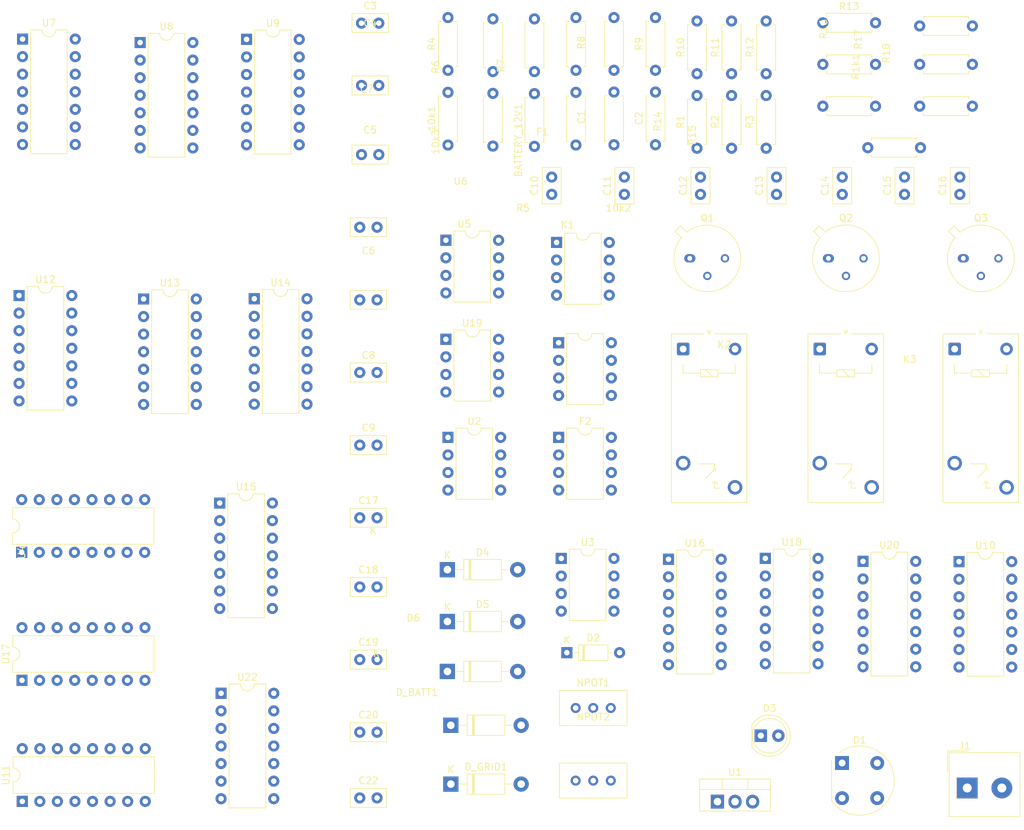
<source format=kicad_pcb>
(kicad_pcb (version 20240108) (generator "pcbnew") (generator_version "8.0")
  (layers (0 "F.Cu" signal) (31 "B.Cu" signal) (34 "B.Paste" user) (35 "F.Paste" user) (36 "B.SilkS" user "B.Silkscreen") (37 "F.SilkS" user "F.Silkscreen") (38 "B.Mask" user) (39 "F.Mask" user) (44 "Edge.Cuts" user))
  (net 0 "")
  (net 1 "+5V")
  (net 2 "Net-(U2B--)")
  (net 3 "Net-(U2A-+)")
  (net 4 "GND")
  (net 5 "/12V_DC")
  (net 6 "/V_RAW")
  (net 7 "Net-(U4-C1)")
  (net 8 "Net-(U4-C2)")
  (net 9 "Net-(U19-CV)")
  (net 10 "Net-(U19-THR)")
  (net 11 "Net-(J1-Pin_2)")
  (net 12 "/AC_LIVE")
  (net 13 "Net-(D2-K)")
  (net 14 "Net-(D3-A)")
  (net 15 "Net-(D3-K)")
  (net 16 "Net-(D4-A)")
  (net 17 "Net-(D5-A)")
  (net 18 "Net-(D6-A)")
  (net 19 "Net-(D_BATT1-K)")
  (net 23 "/50HZ_CLK")
  (net 24 "/GRID_OK")
  (net 25 "/FREQ_VOLTAGE")
  (net 26 "Net-(F2B--)")
  (net 27 "Net-(F2A-+)")
  (net 34 "Net-(Q1-B)")
  (net 35 "Net-(Q2-B)")
  (net 36 "Net-(Q3-B)")
  (net 37 "/GRID_SENSE")
  (net 38 "Net-(U4-R1)")
  (net 39 "Net-(U5A-+)")
  (net 40 "Net-(U5A--)")
  (net 41 "/BATT_GOOD")
  (net 42 "Net-(U19-DIS)")
  (net 43 "/S1")
  (net 44 "/NON_ESS_EN")
  (net 50 "Net-(U4-FOUT)")
  (net 52 "/NOT_GRID_FALL")
  (net 53 "/TIMER_05")
  (net 54 "/NOT_TIMER_05_A")
  (net 55 "/NOT_GRID_OK")
  (net 56 "/NOT_STAB_DON")
  (net 57 "/TIMER_05_A")
  (net 58 "/GRID_FALL")
  (net 59 "/STAB_DON")
  (net 60 "/NOT_Q2_05")
  (net 61 "/Q2_05")
  (net 62 "/NOT_TIMER_05")
  (net 63 "/ST10")
  (net 64 "/S0")
  (net 65 "/ST01")
  (net 66 "/ST00")
  (net 67 "/NOT_S1")
  (net 68 "/NOT_S0")
  (net 69 "/ST11")
  (net 70 "/D1_T2")
  (net 71 "/D1_T1")
  (net 72 "/D0A")
  (net 73 "/D0_T3")
  (net 74 "/D0B")
  (net 75 "/D1A")
  (net 76 "/D0_T1")
  (net 77 "/D0_T4")
  (net 78 "/D0")
  (net 79 "/D0_T2")
  (net 80 "/FSM_CLK")
  (net 81 "/D1")
  (net 83 "/Q0_50")
  (net 84 "/Q1_50")
  (net 85 "/Q2_50")
  (net 87 "/D1_T1A")
  (net 88 "/D1_T1B")
  (net 89 "/D0_T1A")
  (net 90 "/D0_T2A")
  (net 91 "/D1_T3A")
  (net 92 "/E_TRIG")
  (net 93 "/D1_T3")
  (net 94 "/GRID_OK_DELAY")
  (net 95 "/D0_T4A")
  (net 96 "/D0_T3A")
  (net 97 "/D1B")
  (net 100 "/STAB_DON_A")
  (net 101 "/STAB_DON_B")
  (net 104 "/Q0_05")
  (net 105 "/Q1_05")
  (footprint "Resistor_THT:R_Axial_DIN0207_L6.3mm_D2.5mm_P7.62mm_Horizontal" (layer "F.Cu") (at 116.5 55.31 90)
    (property "Reference" "10k3")
    (property "Value" "10K")
  )
  (footprint "Resistor_THT:R_Axial_DIN0207_L6.3mm_D2.5mm_P7.62mm_Horizontal" (layer "F.Cu") (at 110.5 55.27 90)
    (property "Reference" "10k2")
    (property "Value" "2.2K")
  )
  (footprint "Package_TO_SOT_THT:TO-220-3_Vertical" (layer "F.Cu") (at 142.96 150.04)
    (property "Reference" "U1")
    (property "Value" "L7805")
  )
  (footprint "Capacitor_THT:C_Disc_D5.0mm_W2.5mm_P2.50mm" (layer "F.Cu") (at 91.25 119)
    (property "Reference" "C18")
    (property "Value" "0.01uF")
  )
  (footprint "Potentiometer_THT:Potentiometer_Bourns_3296W_Vertical" (layer "F.Cu") (at 127.54 136.5)
    (property "Reference" "NPOT1")
    (property "Value" "10K")
  )
  (footprint "Resistor_THT:R_Axial_DIN0207_L6.3mm_D2.5mm_P7.62mm_Horizontal" (layer "F.Cu") (at 116.5 44.5 90)
    (property "Reference" "R6")
    (property "Value" "100K")
  )
  (footprint "Capacitor_THT:C_Disc_D5.0mm_W2.5mm_P2.50mm" (layer "F.Cu") (at 140.5 62.25 90)
    (property "Reference" "C12")
    (property "Value" "0.1uF")
  )
  (footprint "Resistor_THT:R_Axial_DIN0207_L6.3mm_D2.5mm_P7.62mm_Horizontal" (layer "F.Cu") (at 158.19 37.45)
    (property "Reference" "R13")
    (property "Value" "150K")
  )
  (footprint "Package_DIP:DIP-16_W7.62mm" (layer "F.Cu") (at 42.42 132.5 90)
    (property "Reference" "U17")
    (property "Value" "SN74HC163N")
  )
  (footprint "Package_DIP:DIP-14_W7.62mm" (layer "F.Cu") (at 42 76.875)
    (property "Reference" "U12")
    (property "Value" "74HC08N_652")
  )
  (footprint "Capacitor_THT:C_Disc_D5.0mm_W2.5mm_P2.50mm" (layer "F.Cu") (at 129.5 62.25 90)
    (property "Reference" "C11")
    (property "Value" "0.1uF")
  )
  (footprint "Capacitor_THT:C_Disc_D5.0mm_W2.5mm_P2.50mm" (layer "F.Cu") (at 151.5 62.25 90)
    (property "Reference" "C13")
    (property "Value" "0.1uF")
  )
  (footprint "Package_DIP:DIP-14_W7.62mm" (layer "F.Cu") (at 59.5 40.3)
    (property "Reference" "U8")
    (property "Value" "74HC08N_652")
  )
  (footprint "Resistor_THT:R_Axial_DIN0207_L6.3mm_D2.5mm_P7.62mm_Horizontal" (layer "F.Cu") (at 134 44.31 90)
    (property "Reference" "R9")
    (property "Value" "10K")
  )
  (footprint "Package_DIP:DIP-14_W7.62mm" (layer "F.Cu") (at 149.88 114.875)
    (property "Reference" "U18")
    (property "Value" "74HC74")
  )
  (footprint "Resistor_THT:R_Axial_DIN0207_L6.3mm_D2.5mm_P7.62mm_Horizontal" (layer "F.Cu") (at 128 44.31 90)
    (property "Reference" "R8")
    (property "Value" "3.3K")
  )
  (footprint "Capacitor_THT:C_Disc_D5.0mm_W2.5mm_P2.50mm" (layer "F.Cu") (at 91.5 46.5)
    (property "Reference" "C4")
    (property "Value" "0.1uF")
  )
  (footprint "Package_DIP:DIP-8_W7.62mm" (layer "F.Cu") (at 119.7 69.2)
    (property "Reference" "F1")
    (property "Value" "LM358")
  )
  (footprint "TerminalBlock_Altech:Altech_AK100_1x02_P5.00mm" (layer "F.Cu") (at 179.0675 148.0675)
    (property "Reference" "J1")
    (property "Value" "12V_AC_IN")
  )
  (footprint "Resistor_THT:R_Axial_DIN0207_L6.3mm_D2.5mm_P7.62mm_Horizontal" (layer "F.Cu") (at 134 55.08 90)
    (property "Reference" "C2")
    (property "Value" "0.33uF")
  )
  (footprint "Package_DIP:DIP-8_W7.62mm" (layer "F.Cu") (at 120.38 114.88)
    (property "Reference" "U3")
    (property "Value" "LM358")
  )
  (footprint "Resistor_THT:R_Axial_DIN0207_L6.3mm_D2.5mm_P7.62mm_Horizontal" (layer "F.Cu") (at 164.69 55.5)
    (property "Reference" "R1k1")
    (property "Value" "6.2k")
  )
  (footprint "Resistor_THT:R_Axial_DIN0207_L6.3mm_D2.5mm_P7.62mm_Horizontal" (layer "F.Cu") (at 172.19 43.45)
    (property "Reference" "R17")
    (property "Value" "1K")
  )
  (footprint "Diode_THT:D_DO-41_SOD81_P10.16mm_Horizontal" (layer "F.Cu") (at 103.92 131.22)
    (property "Reference" "D6")
    (property "Value" "1N4001")
  )
  (footprint "Resistor_THT:R_Axial_DIN0207_L6.3mm_D2.5mm_P7.62mm_Horizontal" (layer "F.Cu") (at 145 44.81 90)
    (property "Reference" "R11")
    (property "Value" "330")
  )
  (footprint "Package_DIP:DIP-8_W7.62mm" (layer "F.Cu") (at 120 97.38)
    (property "Reference" "F2")
    (property "Value" "LM393")
  )
  (footprint "Resistor_THT:R_Axial_DIN0207_L6.3mm_D2.5mm_P7.62mm_Horizontal" (layer "F.Cu") (at 172.19 37.9)
    (property "Reference" "R16")
    (property "Value" "1K")
  )
  (footprint "Capacitor_THT:C_Disc_D5.0mm_W2.5mm_P2.50mm" (layer "F.Cu") (at 91.25 149.5)
    (property "Reference" "C22")
    (property "Value" "0.1uF")
  )
  (footprint "Package_DIP:DIP-14_W7.62mm" (layer "F.Cu") (at 60 77.375)
    (property "Reference" "U13")
    (property "Value" "74HC08N_652")
  )
  (footprint "Resistor_THT:R_Axial_DIN0207_L6.3mm_D2.5mm_P7.62mm_Horizontal" (layer "F.Cu") (at 145 55.58 90)
    (property "Reference" "R2")
    (property "Value" "10K")
  )
  (footprint "Resistor_THT:R_Axial_DIN0207_L6.3mm_D2.5mm_P7.62mm_Horizontal" (layer "F.Cu") (at 104 44.31 90)
    (property "Reference" "R4")
    (property "Value" "100K")
  )
  (footprint "Resistor_THT:R_Axial_DIN0207_L6.3mm_D2.5mm_P7.62mm_Horizontal" (layer "F.Cu") (at 150 44.81 90)
    (property "Reference" "R12")
    (property "Value" "1K")
  )
  (footprint "Resistor_THT:R_Axial_DIN0207_L6.3mm_D2.5mm_P7.62mm_Horizontal" (layer "F.Cu") (at 140 44.81 90)
    (property "Reference" "R10")
    (property "Value" "10K")
  )
  (footprint "Capacitor_THT:C_Disc_D5.0mm_W2.5mm_P2.50mm" (layer "F.Cu") (at 91.25 77.5)
    (property "Reference" "C7")
    (property "Value" "0.1uF")
  )
  (footprint "Resistor_THT:R_Axial_DIN0207_L6.3mm_D2.5mm_P7.62mm_Horizontal" (layer "F.Cu") (at 104 55.12 90)
    (property "Reference" "10k1")
    (property "Value" "4.7k")
  )
  (footprint "Resistor_THT:R_Axial_DIN0207_L6.3mm_D2.5mm_P7.62mm_Horizontal" (layer "F.Cu") (at 150 55.58 90)
    (property "Reference" "R3")
    (property "Value" "100K")
  )
  (footprint "Package_DIP:DIP-16_W7.62mm" (layer "F.Cu") (at 42.38 114 90)
    (property "Reference" "U4")
    (property "Value" "4046")
  )
  (footprint "Resistor_THT:R_Axial_DIN0207_L6.3mm_D2.5mm_P7.62mm_Horizontal" (layer "F.Cu") (at 140 55.58 90)
    (property "Reference" "R1")
    (property "Value" "33k")
  )
  (footprint "Resistor_THT:R_Axial_DIN0207_L6.3mm_D2.5mm_P7.62mm_Horizontal" (layer "F.Cu") (at 158.19 43.45)
    (property "Reference" "R14")
    (property "Value" "10K")
  )
  (footprint "Diode_THT:D_DO-41_SOD81_P10.16mm_Horizontal" (layer "F.Cu") (at 104.42 147.5)
    (property "Reference" "D_GRID1")
    (property "Value" "1N4007")
  )
  (footprint "Capacitor_THT:C_Disc_D5.0mm_W2.5mm_P2.50mm" (layer "F.Cu") (at 91.25 109)
    (property "Reference" "C17")
    (property "Value" "0.1uF")
  )
  (footprint "Package_DIP:DIP-8_W7.62mm" (layer "F.Cu") (at 103.7 68.88)
    (property "Reference" "U6")
    (property "Value" "LM393")
  )
  (footprint "Capacitor_THT:C_Disc_D5.0mm_W2.5mm_P2.50mm" (layer "F.Cu") (at 91.25 129.5)
    (property "Reference" "C19")
    (property "Value" "0.1uF")
  )
  (footprint "Capacitor_THT:C_Disc_D5.0mm_W2.5mm_P2.50mm" (layer "F.Cu") (at 91.25 88)
    (property "Reference" "C8")
    (property "Value" "0.1uF")
  )
  (footprint "Capacitor_THT:C_Disc_D5.0mm_W2.5mm_P2.50mm" (layer "F.Cu") (at 170 62.25 90)
    (property "Reference" "C15")
    (property "Value" "0.1uF")
  )
  (footprint "LED_THT:LED_D5.0mm" (layer "F.Cu") (at 149.225 140.5)
    (property "Reference" "D3")
    (property "Value" "LED")
  )
  (footprint "Resistor_THT:R_Axial_DIN0207_L6.3mm_D2.5mm_P7.62mm_Horizontal" (layer "F.Cu") (at 122.5 44.31 90)
    (property "Reference" "R7")
    (property "Value" "47K")
  )
  (footprint "Package_DIP:DIP-14_W7.62mm" (layer "F.Cu") (at 177.88 115.34)
    (property "Reference" "U10")
    (property "Value" "74HC74")
  )
  (footprint "Package_DIP:DIP-16_W7.62mm" (layer "F.Cu") (at 42.46 150 90)
    (property "Reference" "U11")
    (property "Value" "SN74HC163N")
  )
  (footprint "Capacitor_THT:C_Disc_D5.0mm_W2.5mm_P2.50mm" (layer "F.Cu") (at 91.25 140)
    (property "Reference" "C20")
    (property "Value" "1uF")
  )
  (footprint "Package_TO_SOT_THT:TO-39-3" (layer "F.Cu") (at 178.5 71.5)
    (property "Reference" "Q3")
    (property "Value" "2N2219")
  )
  (footprint "Resistor_THT:R_Axial_DIN0207_L6.3mm_D2.5mm_P7.62mm_Horizontal" (layer "F.Cu") (at 158.19 49.5)
    (property "Reference" "R15")
    (property "Value" "10K")
  )
  (footprint "Capacitor_THT:C_Disc_D5.0mm_W2.5mm_P2.50mm" (layer "F.Cu") (at 91.25 67)
    (property "Reference" "C6")
    (property "Value" "0.1uF")
  )
  (footprint "Resistor_THT:R_Axial_DIN0207_L6.3mm_D2.5mm_P7.62mm_Horizontal" (layer "F.Cu") (at 128 55.08 90)
    (property "Reference" "C1")
    (property "Value" "1000uF")
  )
  (footprint "Package_DIP:DIP-14_W7.62mm" (layer "F.Cu") (at 74.88 39.84)
    (property "Reference" "U9")
    (property "Value" "SN74HC32N")
  )
  (footprint "Resistor_THT:R_Axial_DIN0207_L6.3mm_D2.5mm_P7.62mm_Horizontal" (layer "F.Cu") (at 172.19 49.5)
    (property "Reference" "R18")
    (property "Value" "10k")
  )
  (footprint "Package_DIP:DIP-8_W7.62mm" (layer "F.Cu") (at 104 97.38)
    (property "Reference" "U2")
    (property "Value" "LM393")
  )
  (footprint "Relay_THT:Relay_SPST_Omron_G5PZ" (layer "F.Cu") (at 177.25 84.605)
    (property "Reference" "K3")
    (property "Value" "Relay_SPST-NO")
  )
  (footprint "Potentiometer_THT:Potentiometer_Bourns_3296W_Vertical" (layer "F.Cu") (at 127.54 147)
    (property "Reference" "NPOT2")
    (property "Value" "10K")
  )
  (footprint "Package_DIP:DIP-14_W7.62mm" (layer "F.Cu") (at 76 77.34)
    (property "Reference" "U14")
    (property "Value" "74HC08N_652")
  )
  (footprint "Diode_THT:D_DO-41_SOD81_P10.16mm_Horizontal" (layer "F.Cu") (at 104.42 139)
    (property "Reference" "D_BATT1")
    (property "Value" "1N4007")
  )
  (footprint "Diode_THT:D_DO-41_SOD81_P10.16mm_Horizontal" (layer "F.Cu") (at 103.92 124)
    (property "Reference" "D5")
    (property "Value" "1N4001")
  )
  (footprint "Package_TO_SOT_THT:TO-39-3" (layer "F.Cu") (at 159 71.5)
    (property "Reference" "Q2")
    (property "Value" "2N2219")
  )
  (footprint "Package_DIP:DIP-14_W7.62mm" (layer "F.Cu") (at 164 115.3)
    (property "Reference" "U20")
    (property "Value" "74HC08N_652")
  )
  (footprint "Capacitor_THT:C_Disc_D5.0mm_W2.5mm_P2.50mm" (layer "F.Cu") (at 91.5 37.5)
    (property "Reference" "C3")
    (property "Value" "0.1uF")
  )
  (footprint "Package_TO_SOT_THT:TO-39-3" (layer "F.Cu") (at 138.96 71.5)
    (property "Reference" "Q1")
    (property "Value" "2N2219/INVERTER")
  )
  (footprint "Capacitor_THT:C_Disc_D5.0mm_W2.5mm_P2.50mm" (layer "F.Cu") (at 161 62.25 90)
    (property "Reference" "C14")
    (property "Value" "0.1uF")
  )
  (footprint "Capacitor_THT:C_Disc_D5.0mm_W2.5mm_P2.50mm" (layer "F.Cu") (at 91.25 98.5)
    (property "Reference" "C9")
    (property "Value" "0.1uF")
  )
  (footprint "Diode_THT:D_DO-41_SOD81_P10.16mm_Horizontal" (layer "F.Cu") (at 103.92 116.5)
    (property "Reference" "D4")
    (property "Value" "1N4001")
  )
  (footprint "Package_DIP:DIP-8_W7.62mm" (layer "F.Cu") (at 103.7 83.2)
    (property "Reference" "U19")
    (property "Value" "LM555xN")
  )
  (footprint "Resistor_THT:R_Axial_DIN0207_L6.3mm_D2.5mm_P7.62mm_Horizontal" (layer "F.Cu") (at 110.5 44.5 90)
    (property "Reference" "R5")
    (property "Value" "100K")
  )
  (footprint "Capacitor_THT:C_Disc_D5.0mm_W2.5mm_P2.50mm" (layer "F.Cu") (at 91.5 56.5)
    (property "Reference" "C5")
    (property "Value" "0.1uF")
  )
  (footprint "Package_DIP:DIP-14_W7.62mm" (layer "F.Cu") (at 71 106.875)
    (property "Reference" "U15")
    (property "Value" "74HC08N_652")
  )
  (footprint "Relay_THT:Relay_SPST_Omron_G5PZ" (layer "F.Cu") (at 157.75 84.605)
    (property "Reference" "K2")
    (property "Value" "Relay_SPST-NO")
  )
  (footprint "Capacitor_THT:C_Disc_D5.0mm_W2.5mm_P2.50mm" (layer "F.Cu") (at 178 62.25 90)
    (property "Reference" "C16")
    (property "Value" "0.1uF")
  )
  (footprint "Relay_THT:Relay_SPST_Omron_G5PZ" (layer "F.Cu") (at 138 84.605)
    (property "Reference" "K1")
    (property "Value" "Relay_SPST-NO")
  )
  (footprint "Package_DIP:DIP-14_W7.62mm" (layer "F.Cu") (at 71.2 134.375)
    (property "Reference" "U22")
    (property "Value" "74HC08N_652")
  )
  (footprint "Package_DIP:DIP-14_W7.62mm" (layer "F.Cu") (at 42.5 39.8)
    (property "Reference" "U7")
    (property "Value" "74HC04")
  )
  (footprint "Package_DIP:DIP-8_W7.62mm" (layer "F.Cu") (at 120 83.7)
    (property "Reference" "U5")
    (property "Value" "LM393")
  )
  (footprint "Resistor_THT:R_Axial_DIN0207_L6.3mm_D2.5mm_P7.62mm_Horizontal" (layer "F.Cu") (at 122.5 55.12 90)
    (property "Reference" "BATTERY_12V1")
    (property "Value" "12V_DC_IN")
  )
  (footprint "Package_DIP:DIP-14_W7.62mm" (layer "F.Cu") (at 135.88 115)
    (property "Reference" "U16")
    (property "Value" "SN74HC32N")
  )
  (footprint "Diode_THT:D_DO-35_SOD27_P7.62mm_Horizontal" (layer "F.Cu") (at 121.19 128.5)
    (property "Reference" "D2")
    (property "Value" "1N4148")
  )
  (footprint "Capacitor_THT:C_Disc_D5.0mm_W2.5mm_P2.50mm" (layer "F.Cu") (at 119 62.25 90)
    (property "Reference" "C10")
    (property "Value" "0.1uF")
  )
  (footprint "Diode_THT:Diode_Bridge_Round_D9.8mm" (layer "F.Cu") (at 160.975 144.455)
    (property "Reference" "D1")
    (property "Value" "D_Bridge_+-AA")
  )
)
</source>
